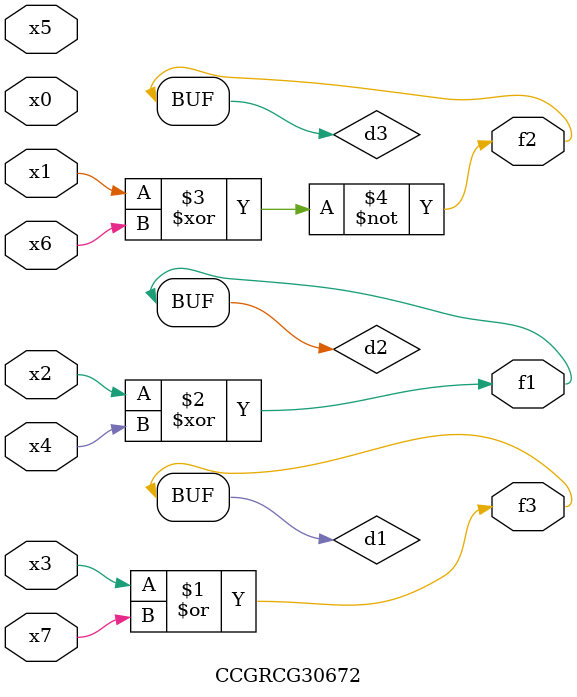
<source format=v>
module CCGRCG30672(
	input x0, x1, x2, x3, x4, x5, x6, x7,
	output f1, f2, f3
);

	wire d1, d2, d3;

	or (d1, x3, x7);
	xor (d2, x2, x4);
	xnor (d3, x1, x6);
	assign f1 = d2;
	assign f2 = d3;
	assign f3 = d1;
endmodule

</source>
